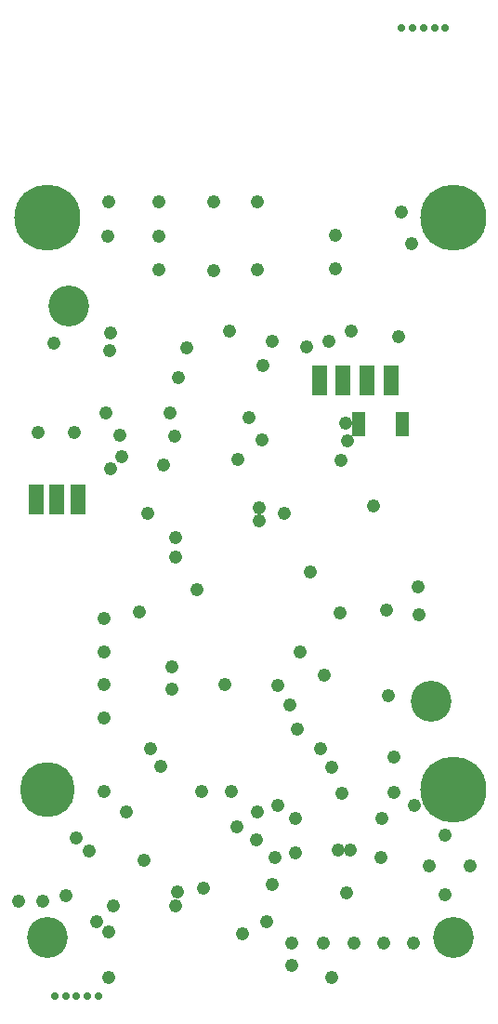
<source format=gbs>
G75*
G70*
%OFA0B0*%
%FSLAX24Y24*%
%IPPOS*%
%LPD*%
%AMOC8*
5,1,8,0,0,1.08239X$1,22.5*
%
%ADD10C,0.1970*%
%ADD11C,0.0277*%
%ADD12R,0.0480X0.0860*%
%ADD13R,0.0580X0.1080*%
%ADD14C,0.0476*%
%ADD15C,0.1464*%
%ADD16C,0.2370*%
D10*
X015244Y014949D03*
D11*
X015520Y007547D03*
X015914Y007547D03*
X016307Y007547D03*
X016701Y007547D03*
X017095Y007547D03*
X027961Y042232D03*
X028355Y042232D03*
X028748Y042232D03*
X029142Y042232D03*
X029536Y042232D03*
D12*
X028000Y028020D03*
X026425Y028020D03*
D13*
X026740Y029594D03*
X025874Y029594D03*
X025008Y029594D03*
X027607Y029594D03*
X016347Y025343D03*
X015599Y025343D03*
X014851Y025343D03*
D14*
X014221Y010933D03*
X015087Y010933D03*
X015914Y011130D03*
X017016Y010185D03*
X017470Y009840D03*
X017635Y010769D03*
X018709Y012390D03*
X019909Y011259D03*
X019845Y010769D03*
X020847Y011403D03*
X022272Y009780D03*
X023118Y010185D03*
X024024Y009437D03*
X024024Y008650D03*
X025166Y009437D03*
X025441Y008217D03*
X026268Y009437D03*
X027331Y009437D03*
X028394Y009437D03*
X029521Y011169D03*
X028959Y012193D03*
X029520Y013295D03*
X028433Y014358D03*
X027685Y014831D03*
X027252Y013886D03*
X027213Y012508D03*
X026110Y012783D03*
X025677Y012783D03*
X024142Y012665D03*
X023433Y012508D03*
X022764Y013138D03*
X022055Y013610D03*
X022803Y014122D03*
X023512Y014358D03*
X024142Y013886D03*
X025815Y014811D03*
X025441Y015736D03*
X025048Y016406D03*
X024214Y017098D03*
X023945Y017980D03*
X023535Y018679D03*
X024324Y019858D03*
X025204Y019048D03*
X025765Y021259D03*
X027410Y021366D03*
X028591Y021209D03*
X028551Y022193D03*
X026947Y025105D03*
X025796Y026720D03*
X026032Y027429D03*
X025953Y028059D03*
X024563Y030803D03*
X025351Y031012D03*
X026150Y031366D03*
X027843Y031169D03*
X025599Y033610D03*
X025599Y034791D03*
X027961Y035618D03*
X028315Y034516D03*
X023308Y030989D03*
X023005Y030139D03*
X021780Y031351D03*
X020249Y030770D03*
X019960Y029691D03*
X019645Y028429D03*
X019811Y027587D03*
X019414Y026580D03*
X017922Y026878D03*
X017528Y026445D03*
X017843Y027626D03*
X017365Y028429D03*
X016229Y027744D03*
X014929Y027744D03*
X017488Y030657D03*
X017528Y031287D03*
X015481Y030933D03*
X017410Y034752D03*
X017449Y036012D03*
X019260Y036012D03*
X019260Y034752D03*
X019260Y033571D03*
X021229Y033531D03*
X022803Y033571D03*
X022803Y036012D03*
X021229Y036012D03*
X022495Y028279D03*
X022961Y027469D03*
X022095Y026760D03*
X022862Y025028D03*
X022862Y024566D03*
X023765Y024839D03*
X024675Y022739D03*
X021625Y018699D03*
X019733Y018531D03*
X019733Y019319D03*
X018565Y021309D03*
X017292Y021051D03*
X017292Y019870D03*
X017292Y018689D03*
X017292Y017508D03*
X018945Y016406D03*
X019339Y015776D03*
X018082Y014143D03*
X017292Y014870D03*
X016307Y013217D03*
X016762Y012733D03*
X020796Y014870D03*
X021859Y014870D03*
X023315Y011524D03*
X025991Y011246D03*
X030413Y012193D03*
X027685Y016091D03*
X027488Y018295D03*
X020638Y022114D03*
X019860Y023256D03*
X019870Y023955D03*
X018866Y024831D03*
X017449Y008217D03*
D15*
X015244Y009634D03*
X029024Y018098D03*
X029811Y009634D03*
X016032Y032272D03*
D16*
X015244Y035421D03*
X029811Y035421D03*
X029811Y014949D03*
M02*

</source>
